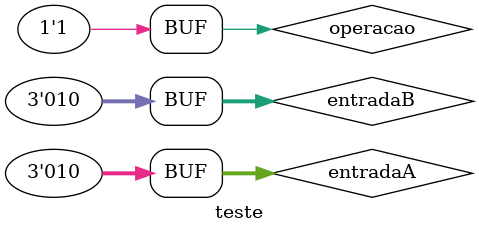
<source format=v>

module S1(output s, output co, input ci,input a, input b);
	wire xora,anda,andb;
	xor X1(xora,a,b);
	and A1(anda,a,b);
	xor X2(s,xora,ci);
	and A2(andb,xora,ci);
	or  O1(co,anda,andb);
endmodule

//sinal[2:0] => [2] sinal de a, [1] sinal de b, [0] sinal de s
module SomaSub(output[2:0] s, output co, output over,output flag,  output[2:0] sinal, input ci, input[2:0] a, input[2:0] b);
	wire co0,co1;
	wire xora, xorb, xorc;
	xor X1(xora,ci,b[0]);
	xor X2(xorb,ci,b[1]);
	xor X3(xorc,ci,b[2]);
	S1 SA(s[0],co0,ci,a[0],xora);
	S1 SB(s[1],co1,co0,a[1],xorb);
	S1 SC(s[2],co,co1,a[2],xorc);
	//verificaçao do over
	wire anda, andb, nota, notb, notc;
	not N1(nota, ci);
	not N2(notb, a[2]);
	not N3(notc, b[2]);
	and A1(anda,nota,notb,notc,s[2]);
	and A2(andb,notb,ci,b[2],s[2]);
	or  O1(over,anda,andb);
	//identificação do sinal
	assign sinal[2] = a[2];
	assign sinal[1] = b[2];
	assign sinal[0] = s[2];
	//zero flag
	nor (flag,s[2],s[1],s[0]);
endmodule

module teste;
	wire[2:0] saida, sinal;
	wire over,carry;
	reg[2:0] entradaA, entradaB;
	reg operacao;
	SomaSub S1(saida,carry,over,flag, sinal, operacao,entradaA,entradaB);
	initial begin
		$display("0=Soma 1=Subtracao");
		#1 entradaA=3'b000; entradaB=3'b000; operacao=1'b0;
		//SX = Sinal de X => SA = Sinal de A
		#1 $monitor("A=%3b B=%3b Chave=%b Saida=%3b Carry=%b Over=%b SA=%b SB=%b SS=%b",entradaA,entradaB,operacao,saida,carry,over,sinal[2], sinal[1], sinal[0]);
		#1 entradaA=3'b000; entradaB=3'b010; operacao=1'b0;
		#1 entradaA=3'b011; entradaB=3'b001; operacao=1'b0;
		#1 entradaA=3'b111; entradaB=3'b001; operacao=1'b0;
		#1 entradaA=3'b111; entradaB=3'b111; operacao=1'b0;
		#1 entradaA=3'b000; entradaB=3'b001; operacao=1'b1;
		#1 entradaA=3'b001; entradaB=3'b011; operacao=1'b0;
		#1 entradaA=3'b111; entradaB=3'b111; operacao=1'b1;
		#1 entradaA=3'b011; entradaB=3'b001; operacao=1'b1;
		#1 entradaA=3'b010; entradaB=3'b010; operacao=1'b1;
	end
endmodule

</source>
